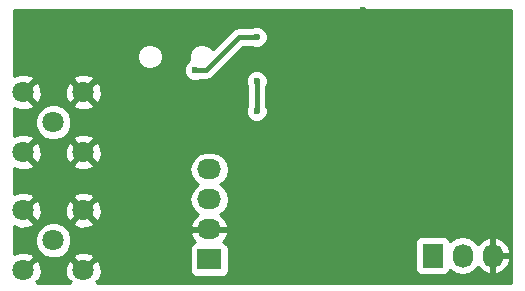
<source format=gbl>
G04 #@! TF.FileFunction,Copper,L2,Bot,Signal*
%FSLAX46Y46*%
G04 Gerber Fmt 4.6, Leading zero omitted, Abs format (unit mm)*
G04 Created by KiCad (PCBNEW 4.0.2-stable) date Tue Mar  8 23:30:59 2016*
%MOMM*%
G01*
G04 APERTURE LIST*
%ADD10C,0.100000*%
%ADD11R,2.032000X1.727200*%
%ADD12O,2.032000X1.727200*%
%ADD13R,1.727200X2.032000*%
%ADD14O,1.727200X2.032000*%
%ADD15C,1.800000*%
%ADD16C,0.600000*%
%ADD17C,0.400000*%
%ADD18C,0.254000*%
G04 APERTURE END LIST*
D10*
D11*
X135250000Y-128830000D03*
D12*
X135250000Y-126290000D03*
X135250000Y-123750000D03*
X135250000Y-121210000D03*
D13*
X154160000Y-128500000D03*
D14*
X156700000Y-128500000D03*
X159240000Y-128500000D03*
D15*
X122040000Y-117210000D03*
X119500000Y-119750000D03*
X119500000Y-114670000D03*
X124580000Y-114670000D03*
X124580000Y-119750000D03*
X122040000Y-127210000D03*
X119500000Y-129750000D03*
X119500000Y-124670000D03*
X124580000Y-124670000D03*
X124580000Y-129750000D03*
D16*
X139250000Y-110000000D03*
X134000200Y-112800200D03*
X154750000Y-110250000D03*
X148250000Y-107750000D03*
X157750000Y-110750000D03*
X143750000Y-130250000D03*
X137750000Y-125500000D03*
X146250000Y-119000000D03*
X160000000Y-123000000D03*
X155500000Y-123250000D03*
X150250000Y-116000000D03*
X150250000Y-114750000D03*
X150250000Y-113750000D03*
X154750000Y-112000000D03*
X146475000Y-114225000D03*
X141500000Y-109250000D03*
X130800000Y-116000000D03*
X130750000Y-122750000D03*
X128250000Y-122750000D03*
X130750000Y-121500000D03*
X128250000Y-121500000D03*
X139250000Y-116250000D03*
X139250000Y-113750000D03*
D17*
X134949800Y-112800200D02*
X137750000Y-110000000D01*
X137750000Y-110000000D02*
X139250000Y-110000000D01*
X134000200Y-112800200D02*
X134949800Y-112800200D01*
X139250000Y-113750000D02*
X139250000Y-116250000D01*
D18*
G36*
X160790000Y-130790000D02*
X125749828Y-130790000D01*
X125774718Y-130765110D01*
X125660161Y-130650553D01*
X125916643Y-130564148D01*
X126126458Y-129990664D01*
X126100839Y-129380540D01*
X125916643Y-128935852D01*
X125660159Y-128849446D01*
X124759605Y-129750000D01*
X124773748Y-129764143D01*
X124594143Y-129943748D01*
X124580000Y-129929605D01*
X124565858Y-129943748D01*
X124386253Y-129764143D01*
X124400395Y-129750000D01*
X123499841Y-128849446D01*
X123243357Y-128935852D01*
X123033542Y-129509336D01*
X123059161Y-130119460D01*
X123243357Y-130564148D01*
X123499839Y-130650553D01*
X123385282Y-130765110D01*
X123410172Y-130790000D01*
X120669828Y-130790000D01*
X120694718Y-130765110D01*
X120580161Y-130650553D01*
X120836643Y-130564148D01*
X121046458Y-129990664D01*
X121020839Y-129380540D01*
X120836643Y-128935852D01*
X120580159Y-128849446D01*
X119679605Y-129750000D01*
X119693748Y-129764143D01*
X119514143Y-129943748D01*
X119500000Y-129929605D01*
X119485858Y-129943748D01*
X119306253Y-129764143D01*
X119320395Y-129750000D01*
X119306253Y-129735858D01*
X119485858Y-129556253D01*
X119500000Y-129570395D01*
X120400554Y-128669841D01*
X120314148Y-128413357D01*
X119740664Y-128203542D01*
X119130540Y-128229161D01*
X118710000Y-128403355D01*
X118710000Y-127513991D01*
X120504735Y-127513991D01*
X120737932Y-128078371D01*
X121169357Y-128510551D01*
X121733330Y-128744733D01*
X122343991Y-128745265D01*
X122526531Y-128669841D01*
X123679446Y-128669841D01*
X124580000Y-129570395D01*
X125480554Y-128669841D01*
X125394148Y-128413357D01*
X124820664Y-128203542D01*
X124210540Y-128229161D01*
X123765852Y-128413357D01*
X123679446Y-128669841D01*
X122526531Y-128669841D01*
X122908371Y-128512068D01*
X123340551Y-128080643D01*
X123387988Y-127966400D01*
X133586560Y-127966400D01*
X133586560Y-129693600D01*
X133630838Y-129928917D01*
X133769910Y-130145041D01*
X133982110Y-130290031D01*
X134234000Y-130341040D01*
X136266000Y-130341040D01*
X136501317Y-130296762D01*
X136717441Y-130157690D01*
X136862431Y-129945490D01*
X136913440Y-129693600D01*
X136913440Y-127966400D01*
X136869162Y-127731083D01*
X136730090Y-127514959D01*
X136684780Y-127484000D01*
X152648960Y-127484000D01*
X152648960Y-129516000D01*
X152693238Y-129751317D01*
X152832310Y-129967441D01*
X153044510Y-130112431D01*
X153296400Y-130163440D01*
X155023600Y-130163440D01*
X155258917Y-130119162D01*
X155475041Y-129980090D01*
X155620031Y-129767890D01*
X155628400Y-129726561D01*
X155640330Y-129744415D01*
X156126511Y-130069271D01*
X156700000Y-130183345D01*
X157273489Y-130069271D01*
X157759670Y-129744415D01*
X157966461Y-129434931D01*
X158337964Y-129850732D01*
X158865209Y-130104709D01*
X158880974Y-130107358D01*
X159113000Y-129986217D01*
X159113000Y-128627000D01*
X159367000Y-128627000D01*
X159367000Y-129986217D01*
X159599026Y-130107358D01*
X159614791Y-130104709D01*
X160142036Y-129850732D01*
X160531954Y-129414320D01*
X160725184Y-128861913D01*
X160580924Y-128627000D01*
X159367000Y-128627000D01*
X159113000Y-128627000D01*
X159093000Y-128627000D01*
X159093000Y-128373000D01*
X159113000Y-128373000D01*
X159113000Y-127013783D01*
X159367000Y-127013783D01*
X159367000Y-128373000D01*
X160580924Y-128373000D01*
X160725184Y-128138087D01*
X160531954Y-127585680D01*
X160142036Y-127149268D01*
X159614791Y-126895291D01*
X159599026Y-126892642D01*
X159367000Y-127013783D01*
X159113000Y-127013783D01*
X158880974Y-126892642D01*
X158865209Y-126895291D01*
X158337964Y-127149268D01*
X157966461Y-127565069D01*
X157759670Y-127255585D01*
X157273489Y-126930729D01*
X156700000Y-126816655D01*
X156126511Y-126930729D01*
X155640330Y-127255585D01*
X155630757Y-127269913D01*
X155626762Y-127248683D01*
X155487690Y-127032559D01*
X155275490Y-126887569D01*
X155023600Y-126836560D01*
X153296400Y-126836560D01*
X153061083Y-126880838D01*
X152844959Y-127019910D01*
X152699969Y-127232110D01*
X152648960Y-127484000D01*
X136684780Y-127484000D01*
X136517890Y-127369969D01*
X136423073Y-127350768D01*
X136600732Y-127192036D01*
X136854709Y-126664791D01*
X136857358Y-126649026D01*
X136736217Y-126417000D01*
X135377000Y-126417000D01*
X135377000Y-126437000D01*
X135123000Y-126437000D01*
X135123000Y-126417000D01*
X133763783Y-126417000D01*
X133642642Y-126649026D01*
X133645291Y-126664791D01*
X133899268Y-127192036D01*
X134074845Y-127348907D01*
X133998683Y-127363238D01*
X133782559Y-127502310D01*
X133637569Y-127714510D01*
X133586560Y-127966400D01*
X123387988Y-127966400D01*
X123574733Y-127516670D01*
X123575265Y-126906009D01*
X123342068Y-126341629D01*
X122910643Y-125909449D01*
X122527031Y-125750159D01*
X123679446Y-125750159D01*
X123765852Y-126006643D01*
X124339336Y-126216458D01*
X124949460Y-126190839D01*
X125394148Y-126006643D01*
X125480554Y-125750159D01*
X124580000Y-124849605D01*
X123679446Y-125750159D01*
X122527031Y-125750159D01*
X122346670Y-125675267D01*
X121736009Y-125674735D01*
X121171629Y-125907932D01*
X120739449Y-126339357D01*
X120505267Y-126903330D01*
X120504735Y-127513991D01*
X118710000Y-127513991D01*
X118710000Y-126015478D01*
X119259336Y-126216458D01*
X119869460Y-126190839D01*
X120314148Y-126006643D01*
X120400554Y-125750159D01*
X119500000Y-124849605D01*
X119485858Y-124863748D01*
X119306253Y-124684143D01*
X119320395Y-124670000D01*
X119679605Y-124670000D01*
X120580159Y-125570554D01*
X120836643Y-125484148D01*
X121046458Y-124910664D01*
X121026248Y-124429336D01*
X123033542Y-124429336D01*
X123059161Y-125039460D01*
X123243357Y-125484148D01*
X123499841Y-125570554D01*
X124400395Y-124670000D01*
X124759605Y-124670000D01*
X125660159Y-125570554D01*
X125916643Y-125484148D01*
X126126458Y-124910664D01*
X126100839Y-124300540D01*
X125916643Y-123855852D01*
X125660159Y-123769446D01*
X124759605Y-124670000D01*
X124400395Y-124670000D01*
X123499841Y-123769446D01*
X123243357Y-123855852D01*
X123033542Y-124429336D01*
X121026248Y-124429336D01*
X121020839Y-124300540D01*
X120836643Y-123855852D01*
X120580159Y-123769446D01*
X119679605Y-124670000D01*
X119320395Y-124670000D01*
X119306253Y-124655858D01*
X119485858Y-124476253D01*
X119500000Y-124490395D01*
X120400554Y-123589841D01*
X123679446Y-123589841D01*
X124580000Y-124490395D01*
X125480554Y-123589841D01*
X125394148Y-123333357D01*
X124820664Y-123123542D01*
X124210540Y-123149161D01*
X123765852Y-123333357D01*
X123679446Y-123589841D01*
X120400554Y-123589841D01*
X120314148Y-123333357D01*
X119740664Y-123123542D01*
X119130540Y-123149161D01*
X118710000Y-123323355D01*
X118710000Y-121095478D01*
X119259336Y-121296458D01*
X119869460Y-121270839D01*
X120314148Y-121086643D01*
X120400554Y-120830159D01*
X123679446Y-120830159D01*
X123765852Y-121086643D01*
X124339336Y-121296458D01*
X124949460Y-121270839D01*
X125096338Y-121210000D01*
X133566655Y-121210000D01*
X133680729Y-121783489D01*
X134005585Y-122269670D01*
X134320366Y-122480000D01*
X134005585Y-122690330D01*
X133680729Y-123176511D01*
X133566655Y-123750000D01*
X133680729Y-124323489D01*
X134005585Y-124809670D01*
X134315069Y-125016461D01*
X133899268Y-125387964D01*
X133645291Y-125915209D01*
X133642642Y-125930974D01*
X133763783Y-126163000D01*
X135123000Y-126163000D01*
X135123000Y-126143000D01*
X135377000Y-126143000D01*
X135377000Y-126163000D01*
X136736217Y-126163000D01*
X136857358Y-125930974D01*
X136854709Y-125915209D01*
X136600732Y-125387964D01*
X136184931Y-125016461D01*
X136494415Y-124809670D01*
X136819271Y-124323489D01*
X136933345Y-123750000D01*
X136819271Y-123176511D01*
X136494415Y-122690330D01*
X136179634Y-122480000D01*
X136494415Y-122269670D01*
X136819271Y-121783489D01*
X136933345Y-121210000D01*
X136819271Y-120636511D01*
X136494415Y-120150330D01*
X136008234Y-119825474D01*
X135434745Y-119711400D01*
X135065255Y-119711400D01*
X134491766Y-119825474D01*
X134005585Y-120150330D01*
X133680729Y-120636511D01*
X133566655Y-121210000D01*
X125096338Y-121210000D01*
X125394148Y-121086643D01*
X125480554Y-120830159D01*
X124580000Y-119929605D01*
X123679446Y-120830159D01*
X120400554Y-120830159D01*
X119500000Y-119929605D01*
X119485858Y-119943748D01*
X119306253Y-119764143D01*
X119320395Y-119750000D01*
X119679605Y-119750000D01*
X120580159Y-120650554D01*
X120836643Y-120564148D01*
X121046458Y-119990664D01*
X121026248Y-119509336D01*
X123033542Y-119509336D01*
X123059161Y-120119460D01*
X123243357Y-120564148D01*
X123499841Y-120650554D01*
X124400395Y-119750000D01*
X124759605Y-119750000D01*
X125660159Y-120650554D01*
X125916643Y-120564148D01*
X126126458Y-119990664D01*
X126100839Y-119380540D01*
X125916643Y-118935852D01*
X125660159Y-118849446D01*
X124759605Y-119750000D01*
X124400395Y-119750000D01*
X123499841Y-118849446D01*
X123243357Y-118935852D01*
X123033542Y-119509336D01*
X121026248Y-119509336D01*
X121020839Y-119380540D01*
X120836643Y-118935852D01*
X120580159Y-118849446D01*
X119679605Y-119750000D01*
X119320395Y-119750000D01*
X119306253Y-119735858D01*
X119485858Y-119556253D01*
X119500000Y-119570395D01*
X120400554Y-118669841D01*
X120314148Y-118413357D01*
X119740664Y-118203542D01*
X119130540Y-118229161D01*
X118710000Y-118403355D01*
X118710000Y-117513991D01*
X120504735Y-117513991D01*
X120737932Y-118078371D01*
X121169357Y-118510551D01*
X121733330Y-118744733D01*
X122343991Y-118745265D01*
X122526531Y-118669841D01*
X123679446Y-118669841D01*
X124580000Y-119570395D01*
X125480554Y-118669841D01*
X125394148Y-118413357D01*
X124820664Y-118203542D01*
X124210540Y-118229161D01*
X123765852Y-118413357D01*
X123679446Y-118669841D01*
X122526531Y-118669841D01*
X122908371Y-118512068D01*
X123340551Y-118080643D01*
X123574733Y-117516670D01*
X123575265Y-116906009D01*
X123342068Y-116341629D01*
X122910643Y-115909449D01*
X122527031Y-115750159D01*
X123679446Y-115750159D01*
X123765852Y-116006643D01*
X124339336Y-116216458D01*
X124949460Y-116190839D01*
X125394148Y-116006643D01*
X125480554Y-115750159D01*
X124580000Y-114849605D01*
X123679446Y-115750159D01*
X122527031Y-115750159D01*
X122346670Y-115675267D01*
X121736009Y-115674735D01*
X121171629Y-115907932D01*
X120739449Y-116339357D01*
X120505267Y-116903330D01*
X120504735Y-117513991D01*
X118710000Y-117513991D01*
X118710000Y-116015478D01*
X119259336Y-116216458D01*
X119869460Y-116190839D01*
X120314148Y-116006643D01*
X120400554Y-115750159D01*
X119500000Y-114849605D01*
X119485858Y-114863748D01*
X119306253Y-114684143D01*
X119320395Y-114670000D01*
X119679605Y-114670000D01*
X120580159Y-115570554D01*
X120836643Y-115484148D01*
X121046458Y-114910664D01*
X121026248Y-114429336D01*
X123033542Y-114429336D01*
X123059161Y-115039460D01*
X123243357Y-115484148D01*
X123499841Y-115570554D01*
X124400395Y-114670000D01*
X124759605Y-114670000D01*
X125660159Y-115570554D01*
X125916643Y-115484148D01*
X126126458Y-114910664D01*
X126100839Y-114300540D01*
X125949497Y-113935167D01*
X138314838Y-113935167D01*
X138415000Y-114177578D01*
X138415000Y-115822766D01*
X138315162Y-116063201D01*
X138314838Y-116435167D01*
X138456883Y-116778943D01*
X138719673Y-117042192D01*
X139063201Y-117184838D01*
X139435167Y-117185162D01*
X139778943Y-117043117D01*
X140042192Y-116780327D01*
X140184838Y-116436799D01*
X140185162Y-116064833D01*
X140085000Y-115822422D01*
X140085000Y-114177234D01*
X140184838Y-113936799D01*
X140185162Y-113564833D01*
X140043117Y-113221057D01*
X139780327Y-112957808D01*
X139436799Y-112815162D01*
X139064833Y-112814838D01*
X138721057Y-112956883D01*
X138457808Y-113219673D01*
X138315162Y-113563201D01*
X138314838Y-113935167D01*
X125949497Y-113935167D01*
X125916643Y-113855852D01*
X125660159Y-113769446D01*
X124759605Y-114670000D01*
X124400395Y-114670000D01*
X123499841Y-113769446D01*
X123243357Y-113855852D01*
X123033542Y-114429336D01*
X121026248Y-114429336D01*
X121020839Y-114300540D01*
X120836643Y-113855852D01*
X120580159Y-113769446D01*
X119679605Y-114670000D01*
X119320395Y-114670000D01*
X119306253Y-114655858D01*
X119485858Y-114476253D01*
X119500000Y-114490395D01*
X120400554Y-113589841D01*
X123679446Y-113589841D01*
X124580000Y-114490395D01*
X125480554Y-113589841D01*
X125394148Y-113333357D01*
X124820664Y-113123542D01*
X124210540Y-113149161D01*
X123765852Y-113333357D01*
X123679446Y-113589841D01*
X120400554Y-113589841D01*
X120314148Y-113333357D01*
X119740664Y-113123542D01*
X119130540Y-113149161D01*
X118710000Y-113323355D01*
X118710000Y-112985367D01*
X133065038Y-112985367D01*
X133207083Y-113329143D01*
X133469873Y-113592392D01*
X133813401Y-113735038D01*
X134185367Y-113735362D01*
X134427778Y-113635200D01*
X134949800Y-113635200D01*
X135269341Y-113571639D01*
X135540234Y-113390634D01*
X138095868Y-110835000D01*
X138822766Y-110835000D01*
X139063201Y-110934838D01*
X139435167Y-110935162D01*
X139778943Y-110793117D01*
X140042192Y-110530327D01*
X140184838Y-110186799D01*
X140185162Y-109814833D01*
X140043117Y-109471057D01*
X139780327Y-109207808D01*
X139436799Y-109065162D01*
X139064833Y-109064838D01*
X138822422Y-109165000D01*
X137750000Y-109165000D01*
X137430459Y-109228561D01*
X137159566Y-109409566D01*
X135523192Y-111045940D01*
X135519638Y-111037337D01*
X135214807Y-110731974D01*
X134816323Y-110566509D01*
X134384850Y-110566132D01*
X133986077Y-110730902D01*
X133680714Y-111035733D01*
X133515249Y-111434217D01*
X133514872Y-111865690D01*
X133558414Y-111971070D01*
X133471257Y-112007083D01*
X133208008Y-112269873D01*
X133065362Y-112613401D01*
X133065038Y-112985367D01*
X118710000Y-112985367D01*
X118710000Y-111865690D01*
X129115592Y-111865690D01*
X129280362Y-112264463D01*
X129585193Y-112569826D01*
X129983677Y-112735291D01*
X130415150Y-112735668D01*
X130813923Y-112570898D01*
X131119286Y-112266067D01*
X131284751Y-111867583D01*
X131285128Y-111436110D01*
X131120358Y-111037337D01*
X130815527Y-110731974D01*
X130417043Y-110566509D01*
X129985570Y-110566132D01*
X129586797Y-110730902D01*
X129281434Y-111035733D01*
X129115969Y-111434217D01*
X129115592Y-111865690D01*
X118710000Y-111865690D01*
X118710000Y-107710000D01*
X160790000Y-107710000D01*
X160790000Y-130790000D01*
X160790000Y-130790000D01*
G37*
X160790000Y-130790000D02*
X125749828Y-130790000D01*
X125774718Y-130765110D01*
X125660161Y-130650553D01*
X125916643Y-130564148D01*
X126126458Y-129990664D01*
X126100839Y-129380540D01*
X125916643Y-128935852D01*
X125660159Y-128849446D01*
X124759605Y-129750000D01*
X124773748Y-129764143D01*
X124594143Y-129943748D01*
X124580000Y-129929605D01*
X124565858Y-129943748D01*
X124386253Y-129764143D01*
X124400395Y-129750000D01*
X123499841Y-128849446D01*
X123243357Y-128935852D01*
X123033542Y-129509336D01*
X123059161Y-130119460D01*
X123243357Y-130564148D01*
X123499839Y-130650553D01*
X123385282Y-130765110D01*
X123410172Y-130790000D01*
X120669828Y-130790000D01*
X120694718Y-130765110D01*
X120580161Y-130650553D01*
X120836643Y-130564148D01*
X121046458Y-129990664D01*
X121020839Y-129380540D01*
X120836643Y-128935852D01*
X120580159Y-128849446D01*
X119679605Y-129750000D01*
X119693748Y-129764143D01*
X119514143Y-129943748D01*
X119500000Y-129929605D01*
X119485858Y-129943748D01*
X119306253Y-129764143D01*
X119320395Y-129750000D01*
X119306253Y-129735858D01*
X119485858Y-129556253D01*
X119500000Y-129570395D01*
X120400554Y-128669841D01*
X120314148Y-128413357D01*
X119740664Y-128203542D01*
X119130540Y-128229161D01*
X118710000Y-128403355D01*
X118710000Y-127513991D01*
X120504735Y-127513991D01*
X120737932Y-128078371D01*
X121169357Y-128510551D01*
X121733330Y-128744733D01*
X122343991Y-128745265D01*
X122526531Y-128669841D01*
X123679446Y-128669841D01*
X124580000Y-129570395D01*
X125480554Y-128669841D01*
X125394148Y-128413357D01*
X124820664Y-128203542D01*
X124210540Y-128229161D01*
X123765852Y-128413357D01*
X123679446Y-128669841D01*
X122526531Y-128669841D01*
X122908371Y-128512068D01*
X123340551Y-128080643D01*
X123387988Y-127966400D01*
X133586560Y-127966400D01*
X133586560Y-129693600D01*
X133630838Y-129928917D01*
X133769910Y-130145041D01*
X133982110Y-130290031D01*
X134234000Y-130341040D01*
X136266000Y-130341040D01*
X136501317Y-130296762D01*
X136717441Y-130157690D01*
X136862431Y-129945490D01*
X136913440Y-129693600D01*
X136913440Y-127966400D01*
X136869162Y-127731083D01*
X136730090Y-127514959D01*
X136684780Y-127484000D01*
X152648960Y-127484000D01*
X152648960Y-129516000D01*
X152693238Y-129751317D01*
X152832310Y-129967441D01*
X153044510Y-130112431D01*
X153296400Y-130163440D01*
X155023600Y-130163440D01*
X155258917Y-130119162D01*
X155475041Y-129980090D01*
X155620031Y-129767890D01*
X155628400Y-129726561D01*
X155640330Y-129744415D01*
X156126511Y-130069271D01*
X156700000Y-130183345D01*
X157273489Y-130069271D01*
X157759670Y-129744415D01*
X157966461Y-129434931D01*
X158337964Y-129850732D01*
X158865209Y-130104709D01*
X158880974Y-130107358D01*
X159113000Y-129986217D01*
X159113000Y-128627000D01*
X159367000Y-128627000D01*
X159367000Y-129986217D01*
X159599026Y-130107358D01*
X159614791Y-130104709D01*
X160142036Y-129850732D01*
X160531954Y-129414320D01*
X160725184Y-128861913D01*
X160580924Y-128627000D01*
X159367000Y-128627000D01*
X159113000Y-128627000D01*
X159093000Y-128627000D01*
X159093000Y-128373000D01*
X159113000Y-128373000D01*
X159113000Y-127013783D01*
X159367000Y-127013783D01*
X159367000Y-128373000D01*
X160580924Y-128373000D01*
X160725184Y-128138087D01*
X160531954Y-127585680D01*
X160142036Y-127149268D01*
X159614791Y-126895291D01*
X159599026Y-126892642D01*
X159367000Y-127013783D01*
X159113000Y-127013783D01*
X158880974Y-126892642D01*
X158865209Y-126895291D01*
X158337964Y-127149268D01*
X157966461Y-127565069D01*
X157759670Y-127255585D01*
X157273489Y-126930729D01*
X156700000Y-126816655D01*
X156126511Y-126930729D01*
X155640330Y-127255585D01*
X155630757Y-127269913D01*
X155626762Y-127248683D01*
X155487690Y-127032559D01*
X155275490Y-126887569D01*
X155023600Y-126836560D01*
X153296400Y-126836560D01*
X153061083Y-126880838D01*
X152844959Y-127019910D01*
X152699969Y-127232110D01*
X152648960Y-127484000D01*
X136684780Y-127484000D01*
X136517890Y-127369969D01*
X136423073Y-127350768D01*
X136600732Y-127192036D01*
X136854709Y-126664791D01*
X136857358Y-126649026D01*
X136736217Y-126417000D01*
X135377000Y-126417000D01*
X135377000Y-126437000D01*
X135123000Y-126437000D01*
X135123000Y-126417000D01*
X133763783Y-126417000D01*
X133642642Y-126649026D01*
X133645291Y-126664791D01*
X133899268Y-127192036D01*
X134074845Y-127348907D01*
X133998683Y-127363238D01*
X133782559Y-127502310D01*
X133637569Y-127714510D01*
X133586560Y-127966400D01*
X123387988Y-127966400D01*
X123574733Y-127516670D01*
X123575265Y-126906009D01*
X123342068Y-126341629D01*
X122910643Y-125909449D01*
X122527031Y-125750159D01*
X123679446Y-125750159D01*
X123765852Y-126006643D01*
X124339336Y-126216458D01*
X124949460Y-126190839D01*
X125394148Y-126006643D01*
X125480554Y-125750159D01*
X124580000Y-124849605D01*
X123679446Y-125750159D01*
X122527031Y-125750159D01*
X122346670Y-125675267D01*
X121736009Y-125674735D01*
X121171629Y-125907932D01*
X120739449Y-126339357D01*
X120505267Y-126903330D01*
X120504735Y-127513991D01*
X118710000Y-127513991D01*
X118710000Y-126015478D01*
X119259336Y-126216458D01*
X119869460Y-126190839D01*
X120314148Y-126006643D01*
X120400554Y-125750159D01*
X119500000Y-124849605D01*
X119485858Y-124863748D01*
X119306253Y-124684143D01*
X119320395Y-124670000D01*
X119679605Y-124670000D01*
X120580159Y-125570554D01*
X120836643Y-125484148D01*
X121046458Y-124910664D01*
X121026248Y-124429336D01*
X123033542Y-124429336D01*
X123059161Y-125039460D01*
X123243357Y-125484148D01*
X123499841Y-125570554D01*
X124400395Y-124670000D01*
X124759605Y-124670000D01*
X125660159Y-125570554D01*
X125916643Y-125484148D01*
X126126458Y-124910664D01*
X126100839Y-124300540D01*
X125916643Y-123855852D01*
X125660159Y-123769446D01*
X124759605Y-124670000D01*
X124400395Y-124670000D01*
X123499841Y-123769446D01*
X123243357Y-123855852D01*
X123033542Y-124429336D01*
X121026248Y-124429336D01*
X121020839Y-124300540D01*
X120836643Y-123855852D01*
X120580159Y-123769446D01*
X119679605Y-124670000D01*
X119320395Y-124670000D01*
X119306253Y-124655858D01*
X119485858Y-124476253D01*
X119500000Y-124490395D01*
X120400554Y-123589841D01*
X123679446Y-123589841D01*
X124580000Y-124490395D01*
X125480554Y-123589841D01*
X125394148Y-123333357D01*
X124820664Y-123123542D01*
X124210540Y-123149161D01*
X123765852Y-123333357D01*
X123679446Y-123589841D01*
X120400554Y-123589841D01*
X120314148Y-123333357D01*
X119740664Y-123123542D01*
X119130540Y-123149161D01*
X118710000Y-123323355D01*
X118710000Y-121095478D01*
X119259336Y-121296458D01*
X119869460Y-121270839D01*
X120314148Y-121086643D01*
X120400554Y-120830159D01*
X123679446Y-120830159D01*
X123765852Y-121086643D01*
X124339336Y-121296458D01*
X124949460Y-121270839D01*
X125096338Y-121210000D01*
X133566655Y-121210000D01*
X133680729Y-121783489D01*
X134005585Y-122269670D01*
X134320366Y-122480000D01*
X134005585Y-122690330D01*
X133680729Y-123176511D01*
X133566655Y-123750000D01*
X133680729Y-124323489D01*
X134005585Y-124809670D01*
X134315069Y-125016461D01*
X133899268Y-125387964D01*
X133645291Y-125915209D01*
X133642642Y-125930974D01*
X133763783Y-126163000D01*
X135123000Y-126163000D01*
X135123000Y-126143000D01*
X135377000Y-126143000D01*
X135377000Y-126163000D01*
X136736217Y-126163000D01*
X136857358Y-125930974D01*
X136854709Y-125915209D01*
X136600732Y-125387964D01*
X136184931Y-125016461D01*
X136494415Y-124809670D01*
X136819271Y-124323489D01*
X136933345Y-123750000D01*
X136819271Y-123176511D01*
X136494415Y-122690330D01*
X136179634Y-122480000D01*
X136494415Y-122269670D01*
X136819271Y-121783489D01*
X136933345Y-121210000D01*
X136819271Y-120636511D01*
X136494415Y-120150330D01*
X136008234Y-119825474D01*
X135434745Y-119711400D01*
X135065255Y-119711400D01*
X134491766Y-119825474D01*
X134005585Y-120150330D01*
X133680729Y-120636511D01*
X133566655Y-121210000D01*
X125096338Y-121210000D01*
X125394148Y-121086643D01*
X125480554Y-120830159D01*
X124580000Y-119929605D01*
X123679446Y-120830159D01*
X120400554Y-120830159D01*
X119500000Y-119929605D01*
X119485858Y-119943748D01*
X119306253Y-119764143D01*
X119320395Y-119750000D01*
X119679605Y-119750000D01*
X120580159Y-120650554D01*
X120836643Y-120564148D01*
X121046458Y-119990664D01*
X121026248Y-119509336D01*
X123033542Y-119509336D01*
X123059161Y-120119460D01*
X123243357Y-120564148D01*
X123499841Y-120650554D01*
X124400395Y-119750000D01*
X124759605Y-119750000D01*
X125660159Y-120650554D01*
X125916643Y-120564148D01*
X126126458Y-119990664D01*
X126100839Y-119380540D01*
X125916643Y-118935852D01*
X125660159Y-118849446D01*
X124759605Y-119750000D01*
X124400395Y-119750000D01*
X123499841Y-118849446D01*
X123243357Y-118935852D01*
X123033542Y-119509336D01*
X121026248Y-119509336D01*
X121020839Y-119380540D01*
X120836643Y-118935852D01*
X120580159Y-118849446D01*
X119679605Y-119750000D01*
X119320395Y-119750000D01*
X119306253Y-119735858D01*
X119485858Y-119556253D01*
X119500000Y-119570395D01*
X120400554Y-118669841D01*
X120314148Y-118413357D01*
X119740664Y-118203542D01*
X119130540Y-118229161D01*
X118710000Y-118403355D01*
X118710000Y-117513991D01*
X120504735Y-117513991D01*
X120737932Y-118078371D01*
X121169357Y-118510551D01*
X121733330Y-118744733D01*
X122343991Y-118745265D01*
X122526531Y-118669841D01*
X123679446Y-118669841D01*
X124580000Y-119570395D01*
X125480554Y-118669841D01*
X125394148Y-118413357D01*
X124820664Y-118203542D01*
X124210540Y-118229161D01*
X123765852Y-118413357D01*
X123679446Y-118669841D01*
X122526531Y-118669841D01*
X122908371Y-118512068D01*
X123340551Y-118080643D01*
X123574733Y-117516670D01*
X123575265Y-116906009D01*
X123342068Y-116341629D01*
X122910643Y-115909449D01*
X122527031Y-115750159D01*
X123679446Y-115750159D01*
X123765852Y-116006643D01*
X124339336Y-116216458D01*
X124949460Y-116190839D01*
X125394148Y-116006643D01*
X125480554Y-115750159D01*
X124580000Y-114849605D01*
X123679446Y-115750159D01*
X122527031Y-115750159D01*
X122346670Y-115675267D01*
X121736009Y-115674735D01*
X121171629Y-115907932D01*
X120739449Y-116339357D01*
X120505267Y-116903330D01*
X120504735Y-117513991D01*
X118710000Y-117513991D01*
X118710000Y-116015478D01*
X119259336Y-116216458D01*
X119869460Y-116190839D01*
X120314148Y-116006643D01*
X120400554Y-115750159D01*
X119500000Y-114849605D01*
X119485858Y-114863748D01*
X119306253Y-114684143D01*
X119320395Y-114670000D01*
X119679605Y-114670000D01*
X120580159Y-115570554D01*
X120836643Y-115484148D01*
X121046458Y-114910664D01*
X121026248Y-114429336D01*
X123033542Y-114429336D01*
X123059161Y-115039460D01*
X123243357Y-115484148D01*
X123499841Y-115570554D01*
X124400395Y-114670000D01*
X124759605Y-114670000D01*
X125660159Y-115570554D01*
X125916643Y-115484148D01*
X126126458Y-114910664D01*
X126100839Y-114300540D01*
X125949497Y-113935167D01*
X138314838Y-113935167D01*
X138415000Y-114177578D01*
X138415000Y-115822766D01*
X138315162Y-116063201D01*
X138314838Y-116435167D01*
X138456883Y-116778943D01*
X138719673Y-117042192D01*
X139063201Y-117184838D01*
X139435167Y-117185162D01*
X139778943Y-117043117D01*
X140042192Y-116780327D01*
X140184838Y-116436799D01*
X140185162Y-116064833D01*
X140085000Y-115822422D01*
X140085000Y-114177234D01*
X140184838Y-113936799D01*
X140185162Y-113564833D01*
X140043117Y-113221057D01*
X139780327Y-112957808D01*
X139436799Y-112815162D01*
X139064833Y-112814838D01*
X138721057Y-112956883D01*
X138457808Y-113219673D01*
X138315162Y-113563201D01*
X138314838Y-113935167D01*
X125949497Y-113935167D01*
X125916643Y-113855852D01*
X125660159Y-113769446D01*
X124759605Y-114670000D01*
X124400395Y-114670000D01*
X123499841Y-113769446D01*
X123243357Y-113855852D01*
X123033542Y-114429336D01*
X121026248Y-114429336D01*
X121020839Y-114300540D01*
X120836643Y-113855852D01*
X120580159Y-113769446D01*
X119679605Y-114670000D01*
X119320395Y-114670000D01*
X119306253Y-114655858D01*
X119485858Y-114476253D01*
X119500000Y-114490395D01*
X120400554Y-113589841D01*
X123679446Y-113589841D01*
X124580000Y-114490395D01*
X125480554Y-113589841D01*
X125394148Y-113333357D01*
X124820664Y-113123542D01*
X124210540Y-113149161D01*
X123765852Y-113333357D01*
X123679446Y-113589841D01*
X120400554Y-113589841D01*
X120314148Y-113333357D01*
X119740664Y-113123542D01*
X119130540Y-113149161D01*
X118710000Y-113323355D01*
X118710000Y-112985367D01*
X133065038Y-112985367D01*
X133207083Y-113329143D01*
X133469873Y-113592392D01*
X133813401Y-113735038D01*
X134185367Y-113735362D01*
X134427778Y-113635200D01*
X134949800Y-113635200D01*
X135269341Y-113571639D01*
X135540234Y-113390634D01*
X138095868Y-110835000D01*
X138822766Y-110835000D01*
X139063201Y-110934838D01*
X139435167Y-110935162D01*
X139778943Y-110793117D01*
X140042192Y-110530327D01*
X140184838Y-110186799D01*
X140185162Y-109814833D01*
X140043117Y-109471057D01*
X139780327Y-109207808D01*
X139436799Y-109065162D01*
X139064833Y-109064838D01*
X138822422Y-109165000D01*
X137750000Y-109165000D01*
X137430459Y-109228561D01*
X137159566Y-109409566D01*
X135523192Y-111045940D01*
X135519638Y-111037337D01*
X135214807Y-110731974D01*
X134816323Y-110566509D01*
X134384850Y-110566132D01*
X133986077Y-110730902D01*
X133680714Y-111035733D01*
X133515249Y-111434217D01*
X133514872Y-111865690D01*
X133558414Y-111971070D01*
X133471257Y-112007083D01*
X133208008Y-112269873D01*
X133065362Y-112613401D01*
X133065038Y-112985367D01*
X118710000Y-112985367D01*
X118710000Y-111865690D01*
X129115592Y-111865690D01*
X129280362Y-112264463D01*
X129585193Y-112569826D01*
X129983677Y-112735291D01*
X130415150Y-112735668D01*
X130813923Y-112570898D01*
X131119286Y-112266067D01*
X131284751Y-111867583D01*
X131285128Y-111436110D01*
X131120358Y-111037337D01*
X130815527Y-110731974D01*
X130417043Y-110566509D01*
X129985570Y-110566132D01*
X129586797Y-110730902D01*
X129281434Y-111035733D01*
X129115969Y-111434217D01*
X129115592Y-111865690D01*
X118710000Y-111865690D01*
X118710000Y-107710000D01*
X160790000Y-107710000D01*
X160790000Y-130790000D01*
M02*

</source>
